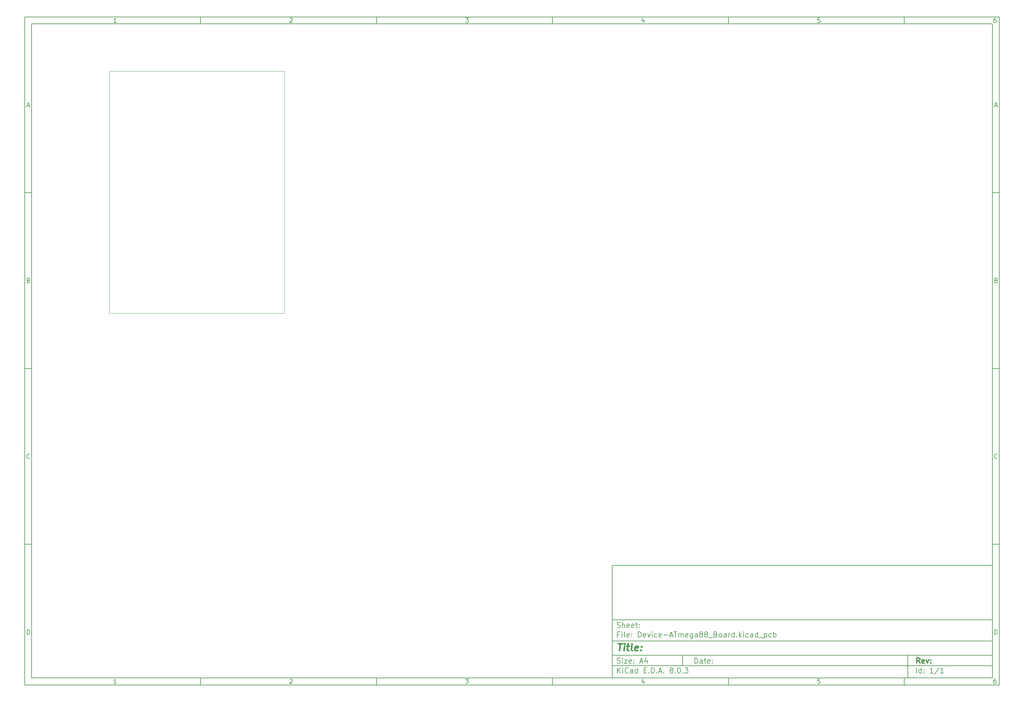
<source format=gbr>
%TF.GenerationSoftware,KiCad,Pcbnew,8.0.3*%
%TF.CreationDate,2025-04-06T07:58:35+09:00*%
%TF.ProjectId,Device-ATmega88_Board,44657669-6365-42d4-9154-6d6567613838,rev?*%
%TF.SameCoordinates,Original*%
%TF.FileFunction,Profile,NP*%
%FSLAX46Y46*%
G04 Gerber Fmt 4.6, Leading zero omitted, Abs format (unit mm)*
G04 Created by KiCad (PCBNEW 8.0.3) date 2025-04-06 07:58:35*
%MOMM*%
%LPD*%
G01*
G04 APERTURE LIST*
%ADD10C,0.100000*%
%ADD11C,0.150000*%
%ADD12C,0.300000*%
%ADD13C,0.400000*%
%TA.AperFunction,Profile*%
%ADD14C,0.100000*%
%TD*%
G04 APERTURE END LIST*
D10*
D11*
X177002200Y-166007200D02*
X285002200Y-166007200D01*
X285002200Y-198007200D01*
X177002200Y-198007200D01*
X177002200Y-166007200D01*
D10*
D11*
X10000000Y-10000000D02*
X287002200Y-10000000D01*
X287002200Y-200007200D01*
X10000000Y-200007200D01*
X10000000Y-10000000D01*
D10*
D11*
X12000000Y-12000000D02*
X285002200Y-12000000D01*
X285002200Y-198007200D01*
X12000000Y-198007200D01*
X12000000Y-12000000D01*
D10*
D11*
X60000000Y-12000000D02*
X60000000Y-10000000D01*
D10*
D11*
X110000000Y-12000000D02*
X110000000Y-10000000D01*
D10*
D11*
X160000000Y-12000000D02*
X160000000Y-10000000D01*
D10*
D11*
X210000000Y-12000000D02*
X210000000Y-10000000D01*
D10*
D11*
X260000000Y-12000000D02*
X260000000Y-10000000D01*
D10*
D11*
X36089160Y-11593604D02*
X35346303Y-11593604D01*
X35717731Y-11593604D02*
X35717731Y-10293604D01*
X35717731Y-10293604D02*
X35593922Y-10479319D01*
X35593922Y-10479319D02*
X35470112Y-10603128D01*
X35470112Y-10603128D02*
X35346303Y-10665033D01*
D10*
D11*
X85346303Y-10417414D02*
X85408207Y-10355509D01*
X85408207Y-10355509D02*
X85532017Y-10293604D01*
X85532017Y-10293604D02*
X85841541Y-10293604D01*
X85841541Y-10293604D02*
X85965350Y-10355509D01*
X85965350Y-10355509D02*
X86027255Y-10417414D01*
X86027255Y-10417414D02*
X86089160Y-10541223D01*
X86089160Y-10541223D02*
X86089160Y-10665033D01*
X86089160Y-10665033D02*
X86027255Y-10850747D01*
X86027255Y-10850747D02*
X85284398Y-11593604D01*
X85284398Y-11593604D02*
X86089160Y-11593604D01*
D10*
D11*
X135284398Y-10293604D02*
X136089160Y-10293604D01*
X136089160Y-10293604D02*
X135655826Y-10788842D01*
X135655826Y-10788842D02*
X135841541Y-10788842D01*
X135841541Y-10788842D02*
X135965350Y-10850747D01*
X135965350Y-10850747D02*
X136027255Y-10912652D01*
X136027255Y-10912652D02*
X136089160Y-11036461D01*
X136089160Y-11036461D02*
X136089160Y-11345985D01*
X136089160Y-11345985D02*
X136027255Y-11469795D01*
X136027255Y-11469795D02*
X135965350Y-11531700D01*
X135965350Y-11531700D02*
X135841541Y-11593604D01*
X135841541Y-11593604D02*
X135470112Y-11593604D01*
X135470112Y-11593604D02*
X135346303Y-11531700D01*
X135346303Y-11531700D02*
X135284398Y-11469795D01*
D10*
D11*
X185965350Y-10726938D02*
X185965350Y-11593604D01*
X185655826Y-10231700D02*
X185346303Y-11160271D01*
X185346303Y-11160271D02*
X186151064Y-11160271D01*
D10*
D11*
X236027255Y-10293604D02*
X235408207Y-10293604D01*
X235408207Y-10293604D02*
X235346303Y-10912652D01*
X235346303Y-10912652D02*
X235408207Y-10850747D01*
X235408207Y-10850747D02*
X235532017Y-10788842D01*
X235532017Y-10788842D02*
X235841541Y-10788842D01*
X235841541Y-10788842D02*
X235965350Y-10850747D01*
X235965350Y-10850747D02*
X236027255Y-10912652D01*
X236027255Y-10912652D02*
X236089160Y-11036461D01*
X236089160Y-11036461D02*
X236089160Y-11345985D01*
X236089160Y-11345985D02*
X236027255Y-11469795D01*
X236027255Y-11469795D02*
X235965350Y-11531700D01*
X235965350Y-11531700D02*
X235841541Y-11593604D01*
X235841541Y-11593604D02*
X235532017Y-11593604D01*
X235532017Y-11593604D02*
X235408207Y-11531700D01*
X235408207Y-11531700D02*
X235346303Y-11469795D01*
D10*
D11*
X285965350Y-10293604D02*
X285717731Y-10293604D01*
X285717731Y-10293604D02*
X285593922Y-10355509D01*
X285593922Y-10355509D02*
X285532017Y-10417414D01*
X285532017Y-10417414D02*
X285408207Y-10603128D01*
X285408207Y-10603128D02*
X285346303Y-10850747D01*
X285346303Y-10850747D02*
X285346303Y-11345985D01*
X285346303Y-11345985D02*
X285408207Y-11469795D01*
X285408207Y-11469795D02*
X285470112Y-11531700D01*
X285470112Y-11531700D02*
X285593922Y-11593604D01*
X285593922Y-11593604D02*
X285841541Y-11593604D01*
X285841541Y-11593604D02*
X285965350Y-11531700D01*
X285965350Y-11531700D02*
X286027255Y-11469795D01*
X286027255Y-11469795D02*
X286089160Y-11345985D01*
X286089160Y-11345985D02*
X286089160Y-11036461D01*
X286089160Y-11036461D02*
X286027255Y-10912652D01*
X286027255Y-10912652D02*
X285965350Y-10850747D01*
X285965350Y-10850747D02*
X285841541Y-10788842D01*
X285841541Y-10788842D02*
X285593922Y-10788842D01*
X285593922Y-10788842D02*
X285470112Y-10850747D01*
X285470112Y-10850747D02*
X285408207Y-10912652D01*
X285408207Y-10912652D02*
X285346303Y-11036461D01*
D10*
D11*
X60000000Y-198007200D02*
X60000000Y-200007200D01*
D10*
D11*
X110000000Y-198007200D02*
X110000000Y-200007200D01*
D10*
D11*
X160000000Y-198007200D02*
X160000000Y-200007200D01*
D10*
D11*
X210000000Y-198007200D02*
X210000000Y-200007200D01*
D10*
D11*
X260000000Y-198007200D02*
X260000000Y-200007200D01*
D10*
D11*
X36089160Y-199600804D02*
X35346303Y-199600804D01*
X35717731Y-199600804D02*
X35717731Y-198300804D01*
X35717731Y-198300804D02*
X35593922Y-198486519D01*
X35593922Y-198486519D02*
X35470112Y-198610328D01*
X35470112Y-198610328D02*
X35346303Y-198672233D01*
D10*
D11*
X85346303Y-198424614D02*
X85408207Y-198362709D01*
X85408207Y-198362709D02*
X85532017Y-198300804D01*
X85532017Y-198300804D02*
X85841541Y-198300804D01*
X85841541Y-198300804D02*
X85965350Y-198362709D01*
X85965350Y-198362709D02*
X86027255Y-198424614D01*
X86027255Y-198424614D02*
X86089160Y-198548423D01*
X86089160Y-198548423D02*
X86089160Y-198672233D01*
X86089160Y-198672233D02*
X86027255Y-198857947D01*
X86027255Y-198857947D02*
X85284398Y-199600804D01*
X85284398Y-199600804D02*
X86089160Y-199600804D01*
D10*
D11*
X135284398Y-198300804D02*
X136089160Y-198300804D01*
X136089160Y-198300804D02*
X135655826Y-198796042D01*
X135655826Y-198796042D02*
X135841541Y-198796042D01*
X135841541Y-198796042D02*
X135965350Y-198857947D01*
X135965350Y-198857947D02*
X136027255Y-198919852D01*
X136027255Y-198919852D02*
X136089160Y-199043661D01*
X136089160Y-199043661D02*
X136089160Y-199353185D01*
X136089160Y-199353185D02*
X136027255Y-199476995D01*
X136027255Y-199476995D02*
X135965350Y-199538900D01*
X135965350Y-199538900D02*
X135841541Y-199600804D01*
X135841541Y-199600804D02*
X135470112Y-199600804D01*
X135470112Y-199600804D02*
X135346303Y-199538900D01*
X135346303Y-199538900D02*
X135284398Y-199476995D01*
D10*
D11*
X185965350Y-198734138D02*
X185965350Y-199600804D01*
X185655826Y-198238900D02*
X185346303Y-199167471D01*
X185346303Y-199167471D02*
X186151064Y-199167471D01*
D10*
D11*
X236027255Y-198300804D02*
X235408207Y-198300804D01*
X235408207Y-198300804D02*
X235346303Y-198919852D01*
X235346303Y-198919852D02*
X235408207Y-198857947D01*
X235408207Y-198857947D02*
X235532017Y-198796042D01*
X235532017Y-198796042D02*
X235841541Y-198796042D01*
X235841541Y-198796042D02*
X235965350Y-198857947D01*
X235965350Y-198857947D02*
X236027255Y-198919852D01*
X236027255Y-198919852D02*
X236089160Y-199043661D01*
X236089160Y-199043661D02*
X236089160Y-199353185D01*
X236089160Y-199353185D02*
X236027255Y-199476995D01*
X236027255Y-199476995D02*
X235965350Y-199538900D01*
X235965350Y-199538900D02*
X235841541Y-199600804D01*
X235841541Y-199600804D02*
X235532017Y-199600804D01*
X235532017Y-199600804D02*
X235408207Y-199538900D01*
X235408207Y-199538900D02*
X235346303Y-199476995D01*
D10*
D11*
X285965350Y-198300804D02*
X285717731Y-198300804D01*
X285717731Y-198300804D02*
X285593922Y-198362709D01*
X285593922Y-198362709D02*
X285532017Y-198424614D01*
X285532017Y-198424614D02*
X285408207Y-198610328D01*
X285408207Y-198610328D02*
X285346303Y-198857947D01*
X285346303Y-198857947D02*
X285346303Y-199353185D01*
X285346303Y-199353185D02*
X285408207Y-199476995D01*
X285408207Y-199476995D02*
X285470112Y-199538900D01*
X285470112Y-199538900D02*
X285593922Y-199600804D01*
X285593922Y-199600804D02*
X285841541Y-199600804D01*
X285841541Y-199600804D02*
X285965350Y-199538900D01*
X285965350Y-199538900D02*
X286027255Y-199476995D01*
X286027255Y-199476995D02*
X286089160Y-199353185D01*
X286089160Y-199353185D02*
X286089160Y-199043661D01*
X286089160Y-199043661D02*
X286027255Y-198919852D01*
X286027255Y-198919852D02*
X285965350Y-198857947D01*
X285965350Y-198857947D02*
X285841541Y-198796042D01*
X285841541Y-198796042D02*
X285593922Y-198796042D01*
X285593922Y-198796042D02*
X285470112Y-198857947D01*
X285470112Y-198857947D02*
X285408207Y-198919852D01*
X285408207Y-198919852D02*
X285346303Y-199043661D01*
D10*
D11*
X10000000Y-60000000D02*
X12000000Y-60000000D01*
D10*
D11*
X10000000Y-110000000D02*
X12000000Y-110000000D01*
D10*
D11*
X10000000Y-160000000D02*
X12000000Y-160000000D01*
D10*
D11*
X10690476Y-35222176D02*
X11309523Y-35222176D01*
X10566666Y-35593604D02*
X10999999Y-34293604D01*
X10999999Y-34293604D02*
X11433333Y-35593604D01*
D10*
D11*
X11092857Y-84912652D02*
X11278571Y-84974557D01*
X11278571Y-84974557D02*
X11340476Y-85036461D01*
X11340476Y-85036461D02*
X11402380Y-85160271D01*
X11402380Y-85160271D02*
X11402380Y-85345985D01*
X11402380Y-85345985D02*
X11340476Y-85469795D01*
X11340476Y-85469795D02*
X11278571Y-85531700D01*
X11278571Y-85531700D02*
X11154761Y-85593604D01*
X11154761Y-85593604D02*
X10659523Y-85593604D01*
X10659523Y-85593604D02*
X10659523Y-84293604D01*
X10659523Y-84293604D02*
X11092857Y-84293604D01*
X11092857Y-84293604D02*
X11216666Y-84355509D01*
X11216666Y-84355509D02*
X11278571Y-84417414D01*
X11278571Y-84417414D02*
X11340476Y-84541223D01*
X11340476Y-84541223D02*
X11340476Y-84665033D01*
X11340476Y-84665033D02*
X11278571Y-84788842D01*
X11278571Y-84788842D02*
X11216666Y-84850747D01*
X11216666Y-84850747D02*
X11092857Y-84912652D01*
X11092857Y-84912652D02*
X10659523Y-84912652D01*
D10*
D11*
X11402380Y-135469795D02*
X11340476Y-135531700D01*
X11340476Y-135531700D02*
X11154761Y-135593604D01*
X11154761Y-135593604D02*
X11030952Y-135593604D01*
X11030952Y-135593604D02*
X10845238Y-135531700D01*
X10845238Y-135531700D02*
X10721428Y-135407890D01*
X10721428Y-135407890D02*
X10659523Y-135284080D01*
X10659523Y-135284080D02*
X10597619Y-135036461D01*
X10597619Y-135036461D02*
X10597619Y-134850747D01*
X10597619Y-134850747D02*
X10659523Y-134603128D01*
X10659523Y-134603128D02*
X10721428Y-134479319D01*
X10721428Y-134479319D02*
X10845238Y-134355509D01*
X10845238Y-134355509D02*
X11030952Y-134293604D01*
X11030952Y-134293604D02*
X11154761Y-134293604D01*
X11154761Y-134293604D02*
X11340476Y-134355509D01*
X11340476Y-134355509D02*
X11402380Y-134417414D01*
D10*
D11*
X10659523Y-185593604D02*
X10659523Y-184293604D01*
X10659523Y-184293604D02*
X10969047Y-184293604D01*
X10969047Y-184293604D02*
X11154761Y-184355509D01*
X11154761Y-184355509D02*
X11278571Y-184479319D01*
X11278571Y-184479319D02*
X11340476Y-184603128D01*
X11340476Y-184603128D02*
X11402380Y-184850747D01*
X11402380Y-184850747D02*
X11402380Y-185036461D01*
X11402380Y-185036461D02*
X11340476Y-185284080D01*
X11340476Y-185284080D02*
X11278571Y-185407890D01*
X11278571Y-185407890D02*
X11154761Y-185531700D01*
X11154761Y-185531700D02*
X10969047Y-185593604D01*
X10969047Y-185593604D02*
X10659523Y-185593604D01*
D10*
D11*
X287002200Y-60000000D02*
X285002200Y-60000000D01*
D10*
D11*
X287002200Y-110000000D02*
X285002200Y-110000000D01*
D10*
D11*
X287002200Y-160000000D02*
X285002200Y-160000000D01*
D10*
D11*
X285692676Y-35222176D02*
X286311723Y-35222176D01*
X285568866Y-35593604D02*
X286002199Y-34293604D01*
X286002199Y-34293604D02*
X286435533Y-35593604D01*
D10*
D11*
X286095057Y-84912652D02*
X286280771Y-84974557D01*
X286280771Y-84974557D02*
X286342676Y-85036461D01*
X286342676Y-85036461D02*
X286404580Y-85160271D01*
X286404580Y-85160271D02*
X286404580Y-85345985D01*
X286404580Y-85345985D02*
X286342676Y-85469795D01*
X286342676Y-85469795D02*
X286280771Y-85531700D01*
X286280771Y-85531700D02*
X286156961Y-85593604D01*
X286156961Y-85593604D02*
X285661723Y-85593604D01*
X285661723Y-85593604D02*
X285661723Y-84293604D01*
X285661723Y-84293604D02*
X286095057Y-84293604D01*
X286095057Y-84293604D02*
X286218866Y-84355509D01*
X286218866Y-84355509D02*
X286280771Y-84417414D01*
X286280771Y-84417414D02*
X286342676Y-84541223D01*
X286342676Y-84541223D02*
X286342676Y-84665033D01*
X286342676Y-84665033D02*
X286280771Y-84788842D01*
X286280771Y-84788842D02*
X286218866Y-84850747D01*
X286218866Y-84850747D02*
X286095057Y-84912652D01*
X286095057Y-84912652D02*
X285661723Y-84912652D01*
D10*
D11*
X286404580Y-135469795D02*
X286342676Y-135531700D01*
X286342676Y-135531700D02*
X286156961Y-135593604D01*
X286156961Y-135593604D02*
X286033152Y-135593604D01*
X286033152Y-135593604D02*
X285847438Y-135531700D01*
X285847438Y-135531700D02*
X285723628Y-135407890D01*
X285723628Y-135407890D02*
X285661723Y-135284080D01*
X285661723Y-135284080D02*
X285599819Y-135036461D01*
X285599819Y-135036461D02*
X285599819Y-134850747D01*
X285599819Y-134850747D02*
X285661723Y-134603128D01*
X285661723Y-134603128D02*
X285723628Y-134479319D01*
X285723628Y-134479319D02*
X285847438Y-134355509D01*
X285847438Y-134355509D02*
X286033152Y-134293604D01*
X286033152Y-134293604D02*
X286156961Y-134293604D01*
X286156961Y-134293604D02*
X286342676Y-134355509D01*
X286342676Y-134355509D02*
X286404580Y-134417414D01*
D10*
D11*
X285661723Y-185593604D02*
X285661723Y-184293604D01*
X285661723Y-184293604D02*
X285971247Y-184293604D01*
X285971247Y-184293604D02*
X286156961Y-184355509D01*
X286156961Y-184355509D02*
X286280771Y-184479319D01*
X286280771Y-184479319D02*
X286342676Y-184603128D01*
X286342676Y-184603128D02*
X286404580Y-184850747D01*
X286404580Y-184850747D02*
X286404580Y-185036461D01*
X286404580Y-185036461D02*
X286342676Y-185284080D01*
X286342676Y-185284080D02*
X286280771Y-185407890D01*
X286280771Y-185407890D02*
X286156961Y-185531700D01*
X286156961Y-185531700D02*
X285971247Y-185593604D01*
X285971247Y-185593604D02*
X285661723Y-185593604D01*
D10*
D11*
X200458026Y-193793328D02*
X200458026Y-192293328D01*
X200458026Y-192293328D02*
X200815169Y-192293328D01*
X200815169Y-192293328D02*
X201029455Y-192364757D01*
X201029455Y-192364757D02*
X201172312Y-192507614D01*
X201172312Y-192507614D02*
X201243741Y-192650471D01*
X201243741Y-192650471D02*
X201315169Y-192936185D01*
X201315169Y-192936185D02*
X201315169Y-193150471D01*
X201315169Y-193150471D02*
X201243741Y-193436185D01*
X201243741Y-193436185D02*
X201172312Y-193579042D01*
X201172312Y-193579042D02*
X201029455Y-193721900D01*
X201029455Y-193721900D02*
X200815169Y-193793328D01*
X200815169Y-193793328D02*
X200458026Y-193793328D01*
X202600884Y-193793328D02*
X202600884Y-193007614D01*
X202600884Y-193007614D02*
X202529455Y-192864757D01*
X202529455Y-192864757D02*
X202386598Y-192793328D01*
X202386598Y-192793328D02*
X202100884Y-192793328D01*
X202100884Y-192793328D02*
X201958026Y-192864757D01*
X202600884Y-193721900D02*
X202458026Y-193793328D01*
X202458026Y-193793328D02*
X202100884Y-193793328D01*
X202100884Y-193793328D02*
X201958026Y-193721900D01*
X201958026Y-193721900D02*
X201886598Y-193579042D01*
X201886598Y-193579042D02*
X201886598Y-193436185D01*
X201886598Y-193436185D02*
X201958026Y-193293328D01*
X201958026Y-193293328D02*
X202100884Y-193221900D01*
X202100884Y-193221900D02*
X202458026Y-193221900D01*
X202458026Y-193221900D02*
X202600884Y-193150471D01*
X203100884Y-192793328D02*
X203672312Y-192793328D01*
X203315169Y-192293328D02*
X203315169Y-193579042D01*
X203315169Y-193579042D02*
X203386598Y-193721900D01*
X203386598Y-193721900D02*
X203529455Y-193793328D01*
X203529455Y-193793328D02*
X203672312Y-193793328D01*
X204743741Y-193721900D02*
X204600884Y-193793328D01*
X204600884Y-193793328D02*
X204315170Y-193793328D01*
X204315170Y-193793328D02*
X204172312Y-193721900D01*
X204172312Y-193721900D02*
X204100884Y-193579042D01*
X204100884Y-193579042D02*
X204100884Y-193007614D01*
X204100884Y-193007614D02*
X204172312Y-192864757D01*
X204172312Y-192864757D02*
X204315170Y-192793328D01*
X204315170Y-192793328D02*
X204600884Y-192793328D01*
X204600884Y-192793328D02*
X204743741Y-192864757D01*
X204743741Y-192864757D02*
X204815170Y-193007614D01*
X204815170Y-193007614D02*
X204815170Y-193150471D01*
X204815170Y-193150471D02*
X204100884Y-193293328D01*
X205458026Y-193650471D02*
X205529455Y-193721900D01*
X205529455Y-193721900D02*
X205458026Y-193793328D01*
X205458026Y-193793328D02*
X205386598Y-193721900D01*
X205386598Y-193721900D02*
X205458026Y-193650471D01*
X205458026Y-193650471D02*
X205458026Y-193793328D01*
X205458026Y-192864757D02*
X205529455Y-192936185D01*
X205529455Y-192936185D02*
X205458026Y-193007614D01*
X205458026Y-193007614D02*
X205386598Y-192936185D01*
X205386598Y-192936185D02*
X205458026Y-192864757D01*
X205458026Y-192864757D02*
X205458026Y-193007614D01*
D10*
D11*
X177002200Y-194507200D02*
X285002200Y-194507200D01*
D10*
D11*
X178458026Y-196593328D02*
X178458026Y-195093328D01*
X179315169Y-196593328D02*
X178672312Y-195736185D01*
X179315169Y-195093328D02*
X178458026Y-195950471D01*
X179958026Y-196593328D02*
X179958026Y-195593328D01*
X179958026Y-195093328D02*
X179886598Y-195164757D01*
X179886598Y-195164757D02*
X179958026Y-195236185D01*
X179958026Y-195236185D02*
X180029455Y-195164757D01*
X180029455Y-195164757D02*
X179958026Y-195093328D01*
X179958026Y-195093328D02*
X179958026Y-195236185D01*
X181529455Y-196450471D02*
X181458027Y-196521900D01*
X181458027Y-196521900D02*
X181243741Y-196593328D01*
X181243741Y-196593328D02*
X181100884Y-196593328D01*
X181100884Y-196593328D02*
X180886598Y-196521900D01*
X180886598Y-196521900D02*
X180743741Y-196379042D01*
X180743741Y-196379042D02*
X180672312Y-196236185D01*
X180672312Y-196236185D02*
X180600884Y-195950471D01*
X180600884Y-195950471D02*
X180600884Y-195736185D01*
X180600884Y-195736185D02*
X180672312Y-195450471D01*
X180672312Y-195450471D02*
X180743741Y-195307614D01*
X180743741Y-195307614D02*
X180886598Y-195164757D01*
X180886598Y-195164757D02*
X181100884Y-195093328D01*
X181100884Y-195093328D02*
X181243741Y-195093328D01*
X181243741Y-195093328D02*
X181458027Y-195164757D01*
X181458027Y-195164757D02*
X181529455Y-195236185D01*
X182815170Y-196593328D02*
X182815170Y-195807614D01*
X182815170Y-195807614D02*
X182743741Y-195664757D01*
X182743741Y-195664757D02*
X182600884Y-195593328D01*
X182600884Y-195593328D02*
X182315170Y-195593328D01*
X182315170Y-195593328D02*
X182172312Y-195664757D01*
X182815170Y-196521900D02*
X182672312Y-196593328D01*
X182672312Y-196593328D02*
X182315170Y-196593328D01*
X182315170Y-196593328D02*
X182172312Y-196521900D01*
X182172312Y-196521900D02*
X182100884Y-196379042D01*
X182100884Y-196379042D02*
X182100884Y-196236185D01*
X182100884Y-196236185D02*
X182172312Y-196093328D01*
X182172312Y-196093328D02*
X182315170Y-196021900D01*
X182315170Y-196021900D02*
X182672312Y-196021900D01*
X182672312Y-196021900D02*
X182815170Y-195950471D01*
X184172313Y-196593328D02*
X184172313Y-195093328D01*
X184172313Y-196521900D02*
X184029455Y-196593328D01*
X184029455Y-196593328D02*
X183743741Y-196593328D01*
X183743741Y-196593328D02*
X183600884Y-196521900D01*
X183600884Y-196521900D02*
X183529455Y-196450471D01*
X183529455Y-196450471D02*
X183458027Y-196307614D01*
X183458027Y-196307614D02*
X183458027Y-195879042D01*
X183458027Y-195879042D02*
X183529455Y-195736185D01*
X183529455Y-195736185D02*
X183600884Y-195664757D01*
X183600884Y-195664757D02*
X183743741Y-195593328D01*
X183743741Y-195593328D02*
X184029455Y-195593328D01*
X184029455Y-195593328D02*
X184172313Y-195664757D01*
X186029455Y-195807614D02*
X186529455Y-195807614D01*
X186743741Y-196593328D02*
X186029455Y-196593328D01*
X186029455Y-196593328D02*
X186029455Y-195093328D01*
X186029455Y-195093328D02*
X186743741Y-195093328D01*
X187386598Y-196450471D02*
X187458027Y-196521900D01*
X187458027Y-196521900D02*
X187386598Y-196593328D01*
X187386598Y-196593328D02*
X187315170Y-196521900D01*
X187315170Y-196521900D02*
X187386598Y-196450471D01*
X187386598Y-196450471D02*
X187386598Y-196593328D01*
X188100884Y-196593328D02*
X188100884Y-195093328D01*
X188100884Y-195093328D02*
X188458027Y-195093328D01*
X188458027Y-195093328D02*
X188672313Y-195164757D01*
X188672313Y-195164757D02*
X188815170Y-195307614D01*
X188815170Y-195307614D02*
X188886599Y-195450471D01*
X188886599Y-195450471D02*
X188958027Y-195736185D01*
X188958027Y-195736185D02*
X188958027Y-195950471D01*
X188958027Y-195950471D02*
X188886599Y-196236185D01*
X188886599Y-196236185D02*
X188815170Y-196379042D01*
X188815170Y-196379042D02*
X188672313Y-196521900D01*
X188672313Y-196521900D02*
X188458027Y-196593328D01*
X188458027Y-196593328D02*
X188100884Y-196593328D01*
X189600884Y-196450471D02*
X189672313Y-196521900D01*
X189672313Y-196521900D02*
X189600884Y-196593328D01*
X189600884Y-196593328D02*
X189529456Y-196521900D01*
X189529456Y-196521900D02*
X189600884Y-196450471D01*
X189600884Y-196450471D02*
X189600884Y-196593328D01*
X190243742Y-196164757D02*
X190958028Y-196164757D01*
X190100885Y-196593328D02*
X190600885Y-195093328D01*
X190600885Y-195093328D02*
X191100885Y-196593328D01*
X191600884Y-196450471D02*
X191672313Y-196521900D01*
X191672313Y-196521900D02*
X191600884Y-196593328D01*
X191600884Y-196593328D02*
X191529456Y-196521900D01*
X191529456Y-196521900D02*
X191600884Y-196450471D01*
X191600884Y-196450471D02*
X191600884Y-196593328D01*
X193672313Y-195736185D02*
X193529456Y-195664757D01*
X193529456Y-195664757D02*
X193458027Y-195593328D01*
X193458027Y-195593328D02*
X193386599Y-195450471D01*
X193386599Y-195450471D02*
X193386599Y-195379042D01*
X193386599Y-195379042D02*
X193458027Y-195236185D01*
X193458027Y-195236185D02*
X193529456Y-195164757D01*
X193529456Y-195164757D02*
X193672313Y-195093328D01*
X193672313Y-195093328D02*
X193958027Y-195093328D01*
X193958027Y-195093328D02*
X194100885Y-195164757D01*
X194100885Y-195164757D02*
X194172313Y-195236185D01*
X194172313Y-195236185D02*
X194243742Y-195379042D01*
X194243742Y-195379042D02*
X194243742Y-195450471D01*
X194243742Y-195450471D02*
X194172313Y-195593328D01*
X194172313Y-195593328D02*
X194100885Y-195664757D01*
X194100885Y-195664757D02*
X193958027Y-195736185D01*
X193958027Y-195736185D02*
X193672313Y-195736185D01*
X193672313Y-195736185D02*
X193529456Y-195807614D01*
X193529456Y-195807614D02*
X193458027Y-195879042D01*
X193458027Y-195879042D02*
X193386599Y-196021900D01*
X193386599Y-196021900D02*
X193386599Y-196307614D01*
X193386599Y-196307614D02*
X193458027Y-196450471D01*
X193458027Y-196450471D02*
X193529456Y-196521900D01*
X193529456Y-196521900D02*
X193672313Y-196593328D01*
X193672313Y-196593328D02*
X193958027Y-196593328D01*
X193958027Y-196593328D02*
X194100885Y-196521900D01*
X194100885Y-196521900D02*
X194172313Y-196450471D01*
X194172313Y-196450471D02*
X194243742Y-196307614D01*
X194243742Y-196307614D02*
X194243742Y-196021900D01*
X194243742Y-196021900D02*
X194172313Y-195879042D01*
X194172313Y-195879042D02*
X194100885Y-195807614D01*
X194100885Y-195807614D02*
X193958027Y-195736185D01*
X194886598Y-196450471D02*
X194958027Y-196521900D01*
X194958027Y-196521900D02*
X194886598Y-196593328D01*
X194886598Y-196593328D02*
X194815170Y-196521900D01*
X194815170Y-196521900D02*
X194886598Y-196450471D01*
X194886598Y-196450471D02*
X194886598Y-196593328D01*
X195886599Y-195093328D02*
X196029456Y-195093328D01*
X196029456Y-195093328D02*
X196172313Y-195164757D01*
X196172313Y-195164757D02*
X196243742Y-195236185D01*
X196243742Y-195236185D02*
X196315170Y-195379042D01*
X196315170Y-195379042D02*
X196386599Y-195664757D01*
X196386599Y-195664757D02*
X196386599Y-196021900D01*
X196386599Y-196021900D02*
X196315170Y-196307614D01*
X196315170Y-196307614D02*
X196243742Y-196450471D01*
X196243742Y-196450471D02*
X196172313Y-196521900D01*
X196172313Y-196521900D02*
X196029456Y-196593328D01*
X196029456Y-196593328D02*
X195886599Y-196593328D01*
X195886599Y-196593328D02*
X195743742Y-196521900D01*
X195743742Y-196521900D02*
X195672313Y-196450471D01*
X195672313Y-196450471D02*
X195600884Y-196307614D01*
X195600884Y-196307614D02*
X195529456Y-196021900D01*
X195529456Y-196021900D02*
X195529456Y-195664757D01*
X195529456Y-195664757D02*
X195600884Y-195379042D01*
X195600884Y-195379042D02*
X195672313Y-195236185D01*
X195672313Y-195236185D02*
X195743742Y-195164757D01*
X195743742Y-195164757D02*
X195886599Y-195093328D01*
X197029455Y-196450471D02*
X197100884Y-196521900D01*
X197100884Y-196521900D02*
X197029455Y-196593328D01*
X197029455Y-196593328D02*
X196958027Y-196521900D01*
X196958027Y-196521900D02*
X197029455Y-196450471D01*
X197029455Y-196450471D02*
X197029455Y-196593328D01*
X197600884Y-195093328D02*
X198529456Y-195093328D01*
X198529456Y-195093328D02*
X198029456Y-195664757D01*
X198029456Y-195664757D02*
X198243741Y-195664757D01*
X198243741Y-195664757D02*
X198386599Y-195736185D01*
X198386599Y-195736185D02*
X198458027Y-195807614D01*
X198458027Y-195807614D02*
X198529456Y-195950471D01*
X198529456Y-195950471D02*
X198529456Y-196307614D01*
X198529456Y-196307614D02*
X198458027Y-196450471D01*
X198458027Y-196450471D02*
X198386599Y-196521900D01*
X198386599Y-196521900D02*
X198243741Y-196593328D01*
X198243741Y-196593328D02*
X197815170Y-196593328D01*
X197815170Y-196593328D02*
X197672313Y-196521900D01*
X197672313Y-196521900D02*
X197600884Y-196450471D01*
D10*
D11*
X177002200Y-191507200D02*
X285002200Y-191507200D01*
D10*
D12*
X264413853Y-193785528D02*
X263913853Y-193071242D01*
X263556710Y-193785528D02*
X263556710Y-192285528D01*
X263556710Y-192285528D02*
X264128139Y-192285528D01*
X264128139Y-192285528D02*
X264270996Y-192356957D01*
X264270996Y-192356957D02*
X264342425Y-192428385D01*
X264342425Y-192428385D02*
X264413853Y-192571242D01*
X264413853Y-192571242D02*
X264413853Y-192785528D01*
X264413853Y-192785528D02*
X264342425Y-192928385D01*
X264342425Y-192928385D02*
X264270996Y-192999814D01*
X264270996Y-192999814D02*
X264128139Y-193071242D01*
X264128139Y-193071242D02*
X263556710Y-193071242D01*
X265628139Y-193714100D02*
X265485282Y-193785528D01*
X265485282Y-193785528D02*
X265199568Y-193785528D01*
X265199568Y-193785528D02*
X265056710Y-193714100D01*
X265056710Y-193714100D02*
X264985282Y-193571242D01*
X264985282Y-193571242D02*
X264985282Y-192999814D01*
X264985282Y-192999814D02*
X265056710Y-192856957D01*
X265056710Y-192856957D02*
X265199568Y-192785528D01*
X265199568Y-192785528D02*
X265485282Y-192785528D01*
X265485282Y-192785528D02*
X265628139Y-192856957D01*
X265628139Y-192856957D02*
X265699568Y-192999814D01*
X265699568Y-192999814D02*
X265699568Y-193142671D01*
X265699568Y-193142671D02*
X264985282Y-193285528D01*
X266199567Y-192785528D02*
X266556710Y-193785528D01*
X266556710Y-193785528D02*
X266913853Y-192785528D01*
X267485281Y-193642671D02*
X267556710Y-193714100D01*
X267556710Y-193714100D02*
X267485281Y-193785528D01*
X267485281Y-193785528D02*
X267413853Y-193714100D01*
X267413853Y-193714100D02*
X267485281Y-193642671D01*
X267485281Y-193642671D02*
X267485281Y-193785528D01*
X267485281Y-192856957D02*
X267556710Y-192928385D01*
X267556710Y-192928385D02*
X267485281Y-192999814D01*
X267485281Y-192999814D02*
X267413853Y-192928385D01*
X267413853Y-192928385D02*
X267485281Y-192856957D01*
X267485281Y-192856957D02*
X267485281Y-192999814D01*
D10*
D11*
X178386598Y-193721900D02*
X178600884Y-193793328D01*
X178600884Y-193793328D02*
X178958026Y-193793328D01*
X178958026Y-193793328D02*
X179100884Y-193721900D01*
X179100884Y-193721900D02*
X179172312Y-193650471D01*
X179172312Y-193650471D02*
X179243741Y-193507614D01*
X179243741Y-193507614D02*
X179243741Y-193364757D01*
X179243741Y-193364757D02*
X179172312Y-193221900D01*
X179172312Y-193221900D02*
X179100884Y-193150471D01*
X179100884Y-193150471D02*
X178958026Y-193079042D01*
X178958026Y-193079042D02*
X178672312Y-193007614D01*
X178672312Y-193007614D02*
X178529455Y-192936185D01*
X178529455Y-192936185D02*
X178458026Y-192864757D01*
X178458026Y-192864757D02*
X178386598Y-192721900D01*
X178386598Y-192721900D02*
X178386598Y-192579042D01*
X178386598Y-192579042D02*
X178458026Y-192436185D01*
X178458026Y-192436185D02*
X178529455Y-192364757D01*
X178529455Y-192364757D02*
X178672312Y-192293328D01*
X178672312Y-192293328D02*
X179029455Y-192293328D01*
X179029455Y-192293328D02*
X179243741Y-192364757D01*
X179886597Y-193793328D02*
X179886597Y-192793328D01*
X179886597Y-192293328D02*
X179815169Y-192364757D01*
X179815169Y-192364757D02*
X179886597Y-192436185D01*
X179886597Y-192436185D02*
X179958026Y-192364757D01*
X179958026Y-192364757D02*
X179886597Y-192293328D01*
X179886597Y-192293328D02*
X179886597Y-192436185D01*
X180458026Y-192793328D02*
X181243741Y-192793328D01*
X181243741Y-192793328D02*
X180458026Y-193793328D01*
X180458026Y-193793328D02*
X181243741Y-193793328D01*
X182386598Y-193721900D02*
X182243741Y-193793328D01*
X182243741Y-193793328D02*
X181958027Y-193793328D01*
X181958027Y-193793328D02*
X181815169Y-193721900D01*
X181815169Y-193721900D02*
X181743741Y-193579042D01*
X181743741Y-193579042D02*
X181743741Y-193007614D01*
X181743741Y-193007614D02*
X181815169Y-192864757D01*
X181815169Y-192864757D02*
X181958027Y-192793328D01*
X181958027Y-192793328D02*
X182243741Y-192793328D01*
X182243741Y-192793328D02*
X182386598Y-192864757D01*
X182386598Y-192864757D02*
X182458027Y-193007614D01*
X182458027Y-193007614D02*
X182458027Y-193150471D01*
X182458027Y-193150471D02*
X181743741Y-193293328D01*
X183100883Y-193650471D02*
X183172312Y-193721900D01*
X183172312Y-193721900D02*
X183100883Y-193793328D01*
X183100883Y-193793328D02*
X183029455Y-193721900D01*
X183029455Y-193721900D02*
X183100883Y-193650471D01*
X183100883Y-193650471D02*
X183100883Y-193793328D01*
X183100883Y-192864757D02*
X183172312Y-192936185D01*
X183172312Y-192936185D02*
X183100883Y-193007614D01*
X183100883Y-193007614D02*
X183029455Y-192936185D01*
X183029455Y-192936185D02*
X183100883Y-192864757D01*
X183100883Y-192864757D02*
X183100883Y-193007614D01*
X184886598Y-193364757D02*
X185600884Y-193364757D01*
X184743741Y-193793328D02*
X185243741Y-192293328D01*
X185243741Y-192293328D02*
X185743741Y-193793328D01*
X186886598Y-192793328D02*
X186886598Y-193793328D01*
X186529455Y-192221900D02*
X186172312Y-193293328D01*
X186172312Y-193293328D02*
X187100883Y-193293328D01*
D10*
D11*
X263458026Y-196593328D02*
X263458026Y-195093328D01*
X264815170Y-196593328D02*
X264815170Y-195093328D01*
X264815170Y-196521900D02*
X264672312Y-196593328D01*
X264672312Y-196593328D02*
X264386598Y-196593328D01*
X264386598Y-196593328D02*
X264243741Y-196521900D01*
X264243741Y-196521900D02*
X264172312Y-196450471D01*
X264172312Y-196450471D02*
X264100884Y-196307614D01*
X264100884Y-196307614D02*
X264100884Y-195879042D01*
X264100884Y-195879042D02*
X264172312Y-195736185D01*
X264172312Y-195736185D02*
X264243741Y-195664757D01*
X264243741Y-195664757D02*
X264386598Y-195593328D01*
X264386598Y-195593328D02*
X264672312Y-195593328D01*
X264672312Y-195593328D02*
X264815170Y-195664757D01*
X265529455Y-196450471D02*
X265600884Y-196521900D01*
X265600884Y-196521900D02*
X265529455Y-196593328D01*
X265529455Y-196593328D02*
X265458027Y-196521900D01*
X265458027Y-196521900D02*
X265529455Y-196450471D01*
X265529455Y-196450471D02*
X265529455Y-196593328D01*
X265529455Y-195664757D02*
X265600884Y-195736185D01*
X265600884Y-195736185D02*
X265529455Y-195807614D01*
X265529455Y-195807614D02*
X265458027Y-195736185D01*
X265458027Y-195736185D02*
X265529455Y-195664757D01*
X265529455Y-195664757D02*
X265529455Y-195807614D01*
X268172313Y-196593328D02*
X267315170Y-196593328D01*
X267743741Y-196593328D02*
X267743741Y-195093328D01*
X267743741Y-195093328D02*
X267600884Y-195307614D01*
X267600884Y-195307614D02*
X267458027Y-195450471D01*
X267458027Y-195450471D02*
X267315170Y-195521900D01*
X269886598Y-195021900D02*
X268600884Y-196950471D01*
X271172313Y-196593328D02*
X270315170Y-196593328D01*
X270743741Y-196593328D02*
X270743741Y-195093328D01*
X270743741Y-195093328D02*
X270600884Y-195307614D01*
X270600884Y-195307614D02*
X270458027Y-195450471D01*
X270458027Y-195450471D02*
X270315170Y-195521900D01*
D10*
D11*
X177002200Y-187507200D02*
X285002200Y-187507200D01*
D10*
D13*
X178693928Y-188211638D02*
X179836785Y-188211638D01*
X179015357Y-190211638D02*
X179265357Y-188211638D01*
X180253452Y-190211638D02*
X180420119Y-188878304D01*
X180503452Y-188211638D02*
X180396309Y-188306876D01*
X180396309Y-188306876D02*
X180479643Y-188402114D01*
X180479643Y-188402114D02*
X180586786Y-188306876D01*
X180586786Y-188306876D02*
X180503452Y-188211638D01*
X180503452Y-188211638D02*
X180479643Y-188402114D01*
X181086786Y-188878304D02*
X181848690Y-188878304D01*
X181455833Y-188211638D02*
X181241548Y-189925923D01*
X181241548Y-189925923D02*
X181312976Y-190116400D01*
X181312976Y-190116400D02*
X181491548Y-190211638D01*
X181491548Y-190211638D02*
X181682024Y-190211638D01*
X182634405Y-190211638D02*
X182455833Y-190116400D01*
X182455833Y-190116400D02*
X182384405Y-189925923D01*
X182384405Y-189925923D02*
X182598690Y-188211638D01*
X184170119Y-190116400D02*
X183967738Y-190211638D01*
X183967738Y-190211638D02*
X183586785Y-190211638D01*
X183586785Y-190211638D02*
X183408214Y-190116400D01*
X183408214Y-190116400D02*
X183336785Y-189925923D01*
X183336785Y-189925923D02*
X183432024Y-189164019D01*
X183432024Y-189164019D02*
X183551071Y-188973542D01*
X183551071Y-188973542D02*
X183753452Y-188878304D01*
X183753452Y-188878304D02*
X184134404Y-188878304D01*
X184134404Y-188878304D02*
X184312976Y-188973542D01*
X184312976Y-188973542D02*
X184384404Y-189164019D01*
X184384404Y-189164019D02*
X184360595Y-189354495D01*
X184360595Y-189354495D02*
X183384404Y-189544971D01*
X185134405Y-190021161D02*
X185217738Y-190116400D01*
X185217738Y-190116400D02*
X185110595Y-190211638D01*
X185110595Y-190211638D02*
X185027262Y-190116400D01*
X185027262Y-190116400D02*
X185134405Y-190021161D01*
X185134405Y-190021161D02*
X185110595Y-190211638D01*
X185265357Y-188973542D02*
X185348690Y-189068780D01*
X185348690Y-189068780D02*
X185241548Y-189164019D01*
X185241548Y-189164019D02*
X185158214Y-189068780D01*
X185158214Y-189068780D02*
X185265357Y-188973542D01*
X185265357Y-188973542D02*
X185241548Y-189164019D01*
D10*
D11*
X178958026Y-185607614D02*
X178458026Y-185607614D01*
X178458026Y-186393328D02*
X178458026Y-184893328D01*
X178458026Y-184893328D02*
X179172312Y-184893328D01*
X179743740Y-186393328D02*
X179743740Y-185393328D01*
X179743740Y-184893328D02*
X179672312Y-184964757D01*
X179672312Y-184964757D02*
X179743740Y-185036185D01*
X179743740Y-185036185D02*
X179815169Y-184964757D01*
X179815169Y-184964757D02*
X179743740Y-184893328D01*
X179743740Y-184893328D02*
X179743740Y-185036185D01*
X180672312Y-186393328D02*
X180529455Y-186321900D01*
X180529455Y-186321900D02*
X180458026Y-186179042D01*
X180458026Y-186179042D02*
X180458026Y-184893328D01*
X181815169Y-186321900D02*
X181672312Y-186393328D01*
X181672312Y-186393328D02*
X181386598Y-186393328D01*
X181386598Y-186393328D02*
X181243740Y-186321900D01*
X181243740Y-186321900D02*
X181172312Y-186179042D01*
X181172312Y-186179042D02*
X181172312Y-185607614D01*
X181172312Y-185607614D02*
X181243740Y-185464757D01*
X181243740Y-185464757D02*
X181386598Y-185393328D01*
X181386598Y-185393328D02*
X181672312Y-185393328D01*
X181672312Y-185393328D02*
X181815169Y-185464757D01*
X181815169Y-185464757D02*
X181886598Y-185607614D01*
X181886598Y-185607614D02*
X181886598Y-185750471D01*
X181886598Y-185750471D02*
X181172312Y-185893328D01*
X182529454Y-186250471D02*
X182600883Y-186321900D01*
X182600883Y-186321900D02*
X182529454Y-186393328D01*
X182529454Y-186393328D02*
X182458026Y-186321900D01*
X182458026Y-186321900D02*
X182529454Y-186250471D01*
X182529454Y-186250471D02*
X182529454Y-186393328D01*
X182529454Y-185464757D02*
X182600883Y-185536185D01*
X182600883Y-185536185D02*
X182529454Y-185607614D01*
X182529454Y-185607614D02*
X182458026Y-185536185D01*
X182458026Y-185536185D02*
X182529454Y-185464757D01*
X182529454Y-185464757D02*
X182529454Y-185607614D01*
X184386597Y-186393328D02*
X184386597Y-184893328D01*
X184386597Y-184893328D02*
X184743740Y-184893328D01*
X184743740Y-184893328D02*
X184958026Y-184964757D01*
X184958026Y-184964757D02*
X185100883Y-185107614D01*
X185100883Y-185107614D02*
X185172312Y-185250471D01*
X185172312Y-185250471D02*
X185243740Y-185536185D01*
X185243740Y-185536185D02*
X185243740Y-185750471D01*
X185243740Y-185750471D02*
X185172312Y-186036185D01*
X185172312Y-186036185D02*
X185100883Y-186179042D01*
X185100883Y-186179042D02*
X184958026Y-186321900D01*
X184958026Y-186321900D02*
X184743740Y-186393328D01*
X184743740Y-186393328D02*
X184386597Y-186393328D01*
X186458026Y-186321900D02*
X186315169Y-186393328D01*
X186315169Y-186393328D02*
X186029455Y-186393328D01*
X186029455Y-186393328D02*
X185886597Y-186321900D01*
X185886597Y-186321900D02*
X185815169Y-186179042D01*
X185815169Y-186179042D02*
X185815169Y-185607614D01*
X185815169Y-185607614D02*
X185886597Y-185464757D01*
X185886597Y-185464757D02*
X186029455Y-185393328D01*
X186029455Y-185393328D02*
X186315169Y-185393328D01*
X186315169Y-185393328D02*
X186458026Y-185464757D01*
X186458026Y-185464757D02*
X186529455Y-185607614D01*
X186529455Y-185607614D02*
X186529455Y-185750471D01*
X186529455Y-185750471D02*
X185815169Y-185893328D01*
X187029454Y-185393328D02*
X187386597Y-186393328D01*
X187386597Y-186393328D02*
X187743740Y-185393328D01*
X188315168Y-186393328D02*
X188315168Y-185393328D01*
X188315168Y-184893328D02*
X188243740Y-184964757D01*
X188243740Y-184964757D02*
X188315168Y-185036185D01*
X188315168Y-185036185D02*
X188386597Y-184964757D01*
X188386597Y-184964757D02*
X188315168Y-184893328D01*
X188315168Y-184893328D02*
X188315168Y-185036185D01*
X189672312Y-186321900D02*
X189529454Y-186393328D01*
X189529454Y-186393328D02*
X189243740Y-186393328D01*
X189243740Y-186393328D02*
X189100883Y-186321900D01*
X189100883Y-186321900D02*
X189029454Y-186250471D01*
X189029454Y-186250471D02*
X188958026Y-186107614D01*
X188958026Y-186107614D02*
X188958026Y-185679042D01*
X188958026Y-185679042D02*
X189029454Y-185536185D01*
X189029454Y-185536185D02*
X189100883Y-185464757D01*
X189100883Y-185464757D02*
X189243740Y-185393328D01*
X189243740Y-185393328D02*
X189529454Y-185393328D01*
X189529454Y-185393328D02*
X189672312Y-185464757D01*
X190886597Y-186321900D02*
X190743740Y-186393328D01*
X190743740Y-186393328D02*
X190458026Y-186393328D01*
X190458026Y-186393328D02*
X190315168Y-186321900D01*
X190315168Y-186321900D02*
X190243740Y-186179042D01*
X190243740Y-186179042D02*
X190243740Y-185607614D01*
X190243740Y-185607614D02*
X190315168Y-185464757D01*
X190315168Y-185464757D02*
X190458026Y-185393328D01*
X190458026Y-185393328D02*
X190743740Y-185393328D01*
X190743740Y-185393328D02*
X190886597Y-185464757D01*
X190886597Y-185464757D02*
X190958026Y-185607614D01*
X190958026Y-185607614D02*
X190958026Y-185750471D01*
X190958026Y-185750471D02*
X190243740Y-185893328D01*
X191600882Y-185821900D02*
X192743740Y-185821900D01*
X193386597Y-185964757D02*
X194100883Y-185964757D01*
X193243740Y-186393328D02*
X193743740Y-184893328D01*
X193743740Y-184893328D02*
X194243740Y-186393328D01*
X194529454Y-184893328D02*
X195386597Y-184893328D01*
X194958025Y-186393328D02*
X194958025Y-184893328D01*
X195886596Y-186393328D02*
X195886596Y-185393328D01*
X195886596Y-185536185D02*
X195958025Y-185464757D01*
X195958025Y-185464757D02*
X196100882Y-185393328D01*
X196100882Y-185393328D02*
X196315168Y-185393328D01*
X196315168Y-185393328D02*
X196458025Y-185464757D01*
X196458025Y-185464757D02*
X196529454Y-185607614D01*
X196529454Y-185607614D02*
X196529454Y-186393328D01*
X196529454Y-185607614D02*
X196600882Y-185464757D01*
X196600882Y-185464757D02*
X196743739Y-185393328D01*
X196743739Y-185393328D02*
X196958025Y-185393328D01*
X196958025Y-185393328D02*
X197100882Y-185464757D01*
X197100882Y-185464757D02*
X197172311Y-185607614D01*
X197172311Y-185607614D02*
X197172311Y-186393328D01*
X198458025Y-186321900D02*
X198315168Y-186393328D01*
X198315168Y-186393328D02*
X198029454Y-186393328D01*
X198029454Y-186393328D02*
X197886596Y-186321900D01*
X197886596Y-186321900D02*
X197815168Y-186179042D01*
X197815168Y-186179042D02*
X197815168Y-185607614D01*
X197815168Y-185607614D02*
X197886596Y-185464757D01*
X197886596Y-185464757D02*
X198029454Y-185393328D01*
X198029454Y-185393328D02*
X198315168Y-185393328D01*
X198315168Y-185393328D02*
X198458025Y-185464757D01*
X198458025Y-185464757D02*
X198529454Y-185607614D01*
X198529454Y-185607614D02*
X198529454Y-185750471D01*
X198529454Y-185750471D02*
X197815168Y-185893328D01*
X199815168Y-185393328D02*
X199815168Y-186607614D01*
X199815168Y-186607614D02*
X199743739Y-186750471D01*
X199743739Y-186750471D02*
X199672310Y-186821900D01*
X199672310Y-186821900D02*
X199529453Y-186893328D01*
X199529453Y-186893328D02*
X199315168Y-186893328D01*
X199315168Y-186893328D02*
X199172310Y-186821900D01*
X199815168Y-186321900D02*
X199672310Y-186393328D01*
X199672310Y-186393328D02*
X199386596Y-186393328D01*
X199386596Y-186393328D02*
X199243739Y-186321900D01*
X199243739Y-186321900D02*
X199172310Y-186250471D01*
X199172310Y-186250471D02*
X199100882Y-186107614D01*
X199100882Y-186107614D02*
X199100882Y-185679042D01*
X199100882Y-185679042D02*
X199172310Y-185536185D01*
X199172310Y-185536185D02*
X199243739Y-185464757D01*
X199243739Y-185464757D02*
X199386596Y-185393328D01*
X199386596Y-185393328D02*
X199672310Y-185393328D01*
X199672310Y-185393328D02*
X199815168Y-185464757D01*
X201172311Y-186393328D02*
X201172311Y-185607614D01*
X201172311Y-185607614D02*
X201100882Y-185464757D01*
X201100882Y-185464757D02*
X200958025Y-185393328D01*
X200958025Y-185393328D02*
X200672311Y-185393328D01*
X200672311Y-185393328D02*
X200529453Y-185464757D01*
X201172311Y-186321900D02*
X201029453Y-186393328D01*
X201029453Y-186393328D02*
X200672311Y-186393328D01*
X200672311Y-186393328D02*
X200529453Y-186321900D01*
X200529453Y-186321900D02*
X200458025Y-186179042D01*
X200458025Y-186179042D02*
X200458025Y-186036185D01*
X200458025Y-186036185D02*
X200529453Y-185893328D01*
X200529453Y-185893328D02*
X200672311Y-185821900D01*
X200672311Y-185821900D02*
X201029453Y-185821900D01*
X201029453Y-185821900D02*
X201172311Y-185750471D01*
X202100882Y-185536185D02*
X201958025Y-185464757D01*
X201958025Y-185464757D02*
X201886596Y-185393328D01*
X201886596Y-185393328D02*
X201815168Y-185250471D01*
X201815168Y-185250471D02*
X201815168Y-185179042D01*
X201815168Y-185179042D02*
X201886596Y-185036185D01*
X201886596Y-185036185D02*
X201958025Y-184964757D01*
X201958025Y-184964757D02*
X202100882Y-184893328D01*
X202100882Y-184893328D02*
X202386596Y-184893328D01*
X202386596Y-184893328D02*
X202529454Y-184964757D01*
X202529454Y-184964757D02*
X202600882Y-185036185D01*
X202600882Y-185036185D02*
X202672311Y-185179042D01*
X202672311Y-185179042D02*
X202672311Y-185250471D01*
X202672311Y-185250471D02*
X202600882Y-185393328D01*
X202600882Y-185393328D02*
X202529454Y-185464757D01*
X202529454Y-185464757D02*
X202386596Y-185536185D01*
X202386596Y-185536185D02*
X202100882Y-185536185D01*
X202100882Y-185536185D02*
X201958025Y-185607614D01*
X201958025Y-185607614D02*
X201886596Y-185679042D01*
X201886596Y-185679042D02*
X201815168Y-185821900D01*
X201815168Y-185821900D02*
X201815168Y-186107614D01*
X201815168Y-186107614D02*
X201886596Y-186250471D01*
X201886596Y-186250471D02*
X201958025Y-186321900D01*
X201958025Y-186321900D02*
X202100882Y-186393328D01*
X202100882Y-186393328D02*
X202386596Y-186393328D01*
X202386596Y-186393328D02*
X202529454Y-186321900D01*
X202529454Y-186321900D02*
X202600882Y-186250471D01*
X202600882Y-186250471D02*
X202672311Y-186107614D01*
X202672311Y-186107614D02*
X202672311Y-185821900D01*
X202672311Y-185821900D02*
X202600882Y-185679042D01*
X202600882Y-185679042D02*
X202529454Y-185607614D01*
X202529454Y-185607614D02*
X202386596Y-185536185D01*
X203529453Y-185536185D02*
X203386596Y-185464757D01*
X203386596Y-185464757D02*
X203315167Y-185393328D01*
X203315167Y-185393328D02*
X203243739Y-185250471D01*
X203243739Y-185250471D02*
X203243739Y-185179042D01*
X203243739Y-185179042D02*
X203315167Y-185036185D01*
X203315167Y-185036185D02*
X203386596Y-184964757D01*
X203386596Y-184964757D02*
X203529453Y-184893328D01*
X203529453Y-184893328D02*
X203815167Y-184893328D01*
X203815167Y-184893328D02*
X203958025Y-184964757D01*
X203958025Y-184964757D02*
X204029453Y-185036185D01*
X204029453Y-185036185D02*
X204100882Y-185179042D01*
X204100882Y-185179042D02*
X204100882Y-185250471D01*
X204100882Y-185250471D02*
X204029453Y-185393328D01*
X204029453Y-185393328D02*
X203958025Y-185464757D01*
X203958025Y-185464757D02*
X203815167Y-185536185D01*
X203815167Y-185536185D02*
X203529453Y-185536185D01*
X203529453Y-185536185D02*
X203386596Y-185607614D01*
X203386596Y-185607614D02*
X203315167Y-185679042D01*
X203315167Y-185679042D02*
X203243739Y-185821900D01*
X203243739Y-185821900D02*
X203243739Y-186107614D01*
X203243739Y-186107614D02*
X203315167Y-186250471D01*
X203315167Y-186250471D02*
X203386596Y-186321900D01*
X203386596Y-186321900D02*
X203529453Y-186393328D01*
X203529453Y-186393328D02*
X203815167Y-186393328D01*
X203815167Y-186393328D02*
X203958025Y-186321900D01*
X203958025Y-186321900D02*
X204029453Y-186250471D01*
X204029453Y-186250471D02*
X204100882Y-186107614D01*
X204100882Y-186107614D02*
X204100882Y-185821900D01*
X204100882Y-185821900D02*
X204029453Y-185679042D01*
X204029453Y-185679042D02*
X203958025Y-185607614D01*
X203958025Y-185607614D02*
X203815167Y-185536185D01*
X204386596Y-186536185D02*
X205529453Y-186536185D01*
X206386595Y-185607614D02*
X206600881Y-185679042D01*
X206600881Y-185679042D02*
X206672310Y-185750471D01*
X206672310Y-185750471D02*
X206743738Y-185893328D01*
X206743738Y-185893328D02*
X206743738Y-186107614D01*
X206743738Y-186107614D02*
X206672310Y-186250471D01*
X206672310Y-186250471D02*
X206600881Y-186321900D01*
X206600881Y-186321900D02*
X206458024Y-186393328D01*
X206458024Y-186393328D02*
X205886595Y-186393328D01*
X205886595Y-186393328D02*
X205886595Y-184893328D01*
X205886595Y-184893328D02*
X206386595Y-184893328D01*
X206386595Y-184893328D02*
X206529453Y-184964757D01*
X206529453Y-184964757D02*
X206600881Y-185036185D01*
X206600881Y-185036185D02*
X206672310Y-185179042D01*
X206672310Y-185179042D02*
X206672310Y-185321900D01*
X206672310Y-185321900D02*
X206600881Y-185464757D01*
X206600881Y-185464757D02*
X206529453Y-185536185D01*
X206529453Y-185536185D02*
X206386595Y-185607614D01*
X206386595Y-185607614D02*
X205886595Y-185607614D01*
X207600881Y-186393328D02*
X207458024Y-186321900D01*
X207458024Y-186321900D02*
X207386595Y-186250471D01*
X207386595Y-186250471D02*
X207315167Y-186107614D01*
X207315167Y-186107614D02*
X207315167Y-185679042D01*
X207315167Y-185679042D02*
X207386595Y-185536185D01*
X207386595Y-185536185D02*
X207458024Y-185464757D01*
X207458024Y-185464757D02*
X207600881Y-185393328D01*
X207600881Y-185393328D02*
X207815167Y-185393328D01*
X207815167Y-185393328D02*
X207958024Y-185464757D01*
X207958024Y-185464757D02*
X208029453Y-185536185D01*
X208029453Y-185536185D02*
X208100881Y-185679042D01*
X208100881Y-185679042D02*
X208100881Y-186107614D01*
X208100881Y-186107614D02*
X208029453Y-186250471D01*
X208029453Y-186250471D02*
X207958024Y-186321900D01*
X207958024Y-186321900D02*
X207815167Y-186393328D01*
X207815167Y-186393328D02*
X207600881Y-186393328D01*
X209386596Y-186393328D02*
X209386596Y-185607614D01*
X209386596Y-185607614D02*
X209315167Y-185464757D01*
X209315167Y-185464757D02*
X209172310Y-185393328D01*
X209172310Y-185393328D02*
X208886596Y-185393328D01*
X208886596Y-185393328D02*
X208743738Y-185464757D01*
X209386596Y-186321900D02*
X209243738Y-186393328D01*
X209243738Y-186393328D02*
X208886596Y-186393328D01*
X208886596Y-186393328D02*
X208743738Y-186321900D01*
X208743738Y-186321900D02*
X208672310Y-186179042D01*
X208672310Y-186179042D02*
X208672310Y-186036185D01*
X208672310Y-186036185D02*
X208743738Y-185893328D01*
X208743738Y-185893328D02*
X208886596Y-185821900D01*
X208886596Y-185821900D02*
X209243738Y-185821900D01*
X209243738Y-185821900D02*
X209386596Y-185750471D01*
X210100881Y-186393328D02*
X210100881Y-185393328D01*
X210100881Y-185679042D02*
X210172310Y-185536185D01*
X210172310Y-185536185D02*
X210243739Y-185464757D01*
X210243739Y-185464757D02*
X210386596Y-185393328D01*
X210386596Y-185393328D02*
X210529453Y-185393328D01*
X211672310Y-186393328D02*
X211672310Y-184893328D01*
X211672310Y-186321900D02*
X211529452Y-186393328D01*
X211529452Y-186393328D02*
X211243738Y-186393328D01*
X211243738Y-186393328D02*
X211100881Y-186321900D01*
X211100881Y-186321900D02*
X211029452Y-186250471D01*
X211029452Y-186250471D02*
X210958024Y-186107614D01*
X210958024Y-186107614D02*
X210958024Y-185679042D01*
X210958024Y-185679042D02*
X211029452Y-185536185D01*
X211029452Y-185536185D02*
X211100881Y-185464757D01*
X211100881Y-185464757D02*
X211243738Y-185393328D01*
X211243738Y-185393328D02*
X211529452Y-185393328D01*
X211529452Y-185393328D02*
X211672310Y-185464757D01*
X212386595Y-186250471D02*
X212458024Y-186321900D01*
X212458024Y-186321900D02*
X212386595Y-186393328D01*
X212386595Y-186393328D02*
X212315167Y-186321900D01*
X212315167Y-186321900D02*
X212386595Y-186250471D01*
X212386595Y-186250471D02*
X212386595Y-186393328D01*
X213100881Y-186393328D02*
X213100881Y-184893328D01*
X213243739Y-185821900D02*
X213672310Y-186393328D01*
X213672310Y-185393328D02*
X213100881Y-185964757D01*
X214315167Y-186393328D02*
X214315167Y-185393328D01*
X214315167Y-184893328D02*
X214243739Y-184964757D01*
X214243739Y-184964757D02*
X214315167Y-185036185D01*
X214315167Y-185036185D02*
X214386596Y-184964757D01*
X214386596Y-184964757D02*
X214315167Y-184893328D01*
X214315167Y-184893328D02*
X214315167Y-185036185D01*
X215672311Y-186321900D02*
X215529453Y-186393328D01*
X215529453Y-186393328D02*
X215243739Y-186393328D01*
X215243739Y-186393328D02*
X215100882Y-186321900D01*
X215100882Y-186321900D02*
X215029453Y-186250471D01*
X215029453Y-186250471D02*
X214958025Y-186107614D01*
X214958025Y-186107614D02*
X214958025Y-185679042D01*
X214958025Y-185679042D02*
X215029453Y-185536185D01*
X215029453Y-185536185D02*
X215100882Y-185464757D01*
X215100882Y-185464757D02*
X215243739Y-185393328D01*
X215243739Y-185393328D02*
X215529453Y-185393328D01*
X215529453Y-185393328D02*
X215672311Y-185464757D01*
X216958025Y-186393328D02*
X216958025Y-185607614D01*
X216958025Y-185607614D02*
X216886596Y-185464757D01*
X216886596Y-185464757D02*
X216743739Y-185393328D01*
X216743739Y-185393328D02*
X216458025Y-185393328D01*
X216458025Y-185393328D02*
X216315167Y-185464757D01*
X216958025Y-186321900D02*
X216815167Y-186393328D01*
X216815167Y-186393328D02*
X216458025Y-186393328D01*
X216458025Y-186393328D02*
X216315167Y-186321900D01*
X216315167Y-186321900D02*
X216243739Y-186179042D01*
X216243739Y-186179042D02*
X216243739Y-186036185D01*
X216243739Y-186036185D02*
X216315167Y-185893328D01*
X216315167Y-185893328D02*
X216458025Y-185821900D01*
X216458025Y-185821900D02*
X216815167Y-185821900D01*
X216815167Y-185821900D02*
X216958025Y-185750471D01*
X218315168Y-186393328D02*
X218315168Y-184893328D01*
X218315168Y-186321900D02*
X218172310Y-186393328D01*
X218172310Y-186393328D02*
X217886596Y-186393328D01*
X217886596Y-186393328D02*
X217743739Y-186321900D01*
X217743739Y-186321900D02*
X217672310Y-186250471D01*
X217672310Y-186250471D02*
X217600882Y-186107614D01*
X217600882Y-186107614D02*
X217600882Y-185679042D01*
X217600882Y-185679042D02*
X217672310Y-185536185D01*
X217672310Y-185536185D02*
X217743739Y-185464757D01*
X217743739Y-185464757D02*
X217886596Y-185393328D01*
X217886596Y-185393328D02*
X218172310Y-185393328D01*
X218172310Y-185393328D02*
X218315168Y-185464757D01*
X218672311Y-186536185D02*
X219815168Y-186536185D01*
X220172310Y-185393328D02*
X220172310Y-186893328D01*
X220172310Y-185464757D02*
X220315168Y-185393328D01*
X220315168Y-185393328D02*
X220600882Y-185393328D01*
X220600882Y-185393328D02*
X220743739Y-185464757D01*
X220743739Y-185464757D02*
X220815168Y-185536185D01*
X220815168Y-185536185D02*
X220886596Y-185679042D01*
X220886596Y-185679042D02*
X220886596Y-186107614D01*
X220886596Y-186107614D02*
X220815168Y-186250471D01*
X220815168Y-186250471D02*
X220743739Y-186321900D01*
X220743739Y-186321900D02*
X220600882Y-186393328D01*
X220600882Y-186393328D02*
X220315168Y-186393328D01*
X220315168Y-186393328D02*
X220172310Y-186321900D01*
X222172311Y-186321900D02*
X222029453Y-186393328D01*
X222029453Y-186393328D02*
X221743739Y-186393328D01*
X221743739Y-186393328D02*
X221600882Y-186321900D01*
X221600882Y-186321900D02*
X221529453Y-186250471D01*
X221529453Y-186250471D02*
X221458025Y-186107614D01*
X221458025Y-186107614D02*
X221458025Y-185679042D01*
X221458025Y-185679042D02*
X221529453Y-185536185D01*
X221529453Y-185536185D02*
X221600882Y-185464757D01*
X221600882Y-185464757D02*
X221743739Y-185393328D01*
X221743739Y-185393328D02*
X222029453Y-185393328D01*
X222029453Y-185393328D02*
X222172311Y-185464757D01*
X222815167Y-186393328D02*
X222815167Y-184893328D01*
X222815167Y-185464757D02*
X222958025Y-185393328D01*
X222958025Y-185393328D02*
X223243739Y-185393328D01*
X223243739Y-185393328D02*
X223386596Y-185464757D01*
X223386596Y-185464757D02*
X223458025Y-185536185D01*
X223458025Y-185536185D02*
X223529453Y-185679042D01*
X223529453Y-185679042D02*
X223529453Y-186107614D01*
X223529453Y-186107614D02*
X223458025Y-186250471D01*
X223458025Y-186250471D02*
X223386596Y-186321900D01*
X223386596Y-186321900D02*
X223243739Y-186393328D01*
X223243739Y-186393328D02*
X222958025Y-186393328D01*
X222958025Y-186393328D02*
X222815167Y-186321900D01*
D10*
D11*
X177002200Y-181507200D02*
X285002200Y-181507200D01*
D10*
D11*
X178386598Y-183621900D02*
X178600884Y-183693328D01*
X178600884Y-183693328D02*
X178958026Y-183693328D01*
X178958026Y-183693328D02*
X179100884Y-183621900D01*
X179100884Y-183621900D02*
X179172312Y-183550471D01*
X179172312Y-183550471D02*
X179243741Y-183407614D01*
X179243741Y-183407614D02*
X179243741Y-183264757D01*
X179243741Y-183264757D02*
X179172312Y-183121900D01*
X179172312Y-183121900D02*
X179100884Y-183050471D01*
X179100884Y-183050471D02*
X178958026Y-182979042D01*
X178958026Y-182979042D02*
X178672312Y-182907614D01*
X178672312Y-182907614D02*
X178529455Y-182836185D01*
X178529455Y-182836185D02*
X178458026Y-182764757D01*
X178458026Y-182764757D02*
X178386598Y-182621900D01*
X178386598Y-182621900D02*
X178386598Y-182479042D01*
X178386598Y-182479042D02*
X178458026Y-182336185D01*
X178458026Y-182336185D02*
X178529455Y-182264757D01*
X178529455Y-182264757D02*
X178672312Y-182193328D01*
X178672312Y-182193328D02*
X179029455Y-182193328D01*
X179029455Y-182193328D02*
X179243741Y-182264757D01*
X179886597Y-183693328D02*
X179886597Y-182193328D01*
X180529455Y-183693328D02*
X180529455Y-182907614D01*
X180529455Y-182907614D02*
X180458026Y-182764757D01*
X180458026Y-182764757D02*
X180315169Y-182693328D01*
X180315169Y-182693328D02*
X180100883Y-182693328D01*
X180100883Y-182693328D02*
X179958026Y-182764757D01*
X179958026Y-182764757D02*
X179886597Y-182836185D01*
X181815169Y-183621900D02*
X181672312Y-183693328D01*
X181672312Y-183693328D02*
X181386598Y-183693328D01*
X181386598Y-183693328D02*
X181243740Y-183621900D01*
X181243740Y-183621900D02*
X181172312Y-183479042D01*
X181172312Y-183479042D02*
X181172312Y-182907614D01*
X181172312Y-182907614D02*
X181243740Y-182764757D01*
X181243740Y-182764757D02*
X181386598Y-182693328D01*
X181386598Y-182693328D02*
X181672312Y-182693328D01*
X181672312Y-182693328D02*
X181815169Y-182764757D01*
X181815169Y-182764757D02*
X181886598Y-182907614D01*
X181886598Y-182907614D02*
X181886598Y-183050471D01*
X181886598Y-183050471D02*
X181172312Y-183193328D01*
X183100883Y-183621900D02*
X182958026Y-183693328D01*
X182958026Y-183693328D02*
X182672312Y-183693328D01*
X182672312Y-183693328D02*
X182529454Y-183621900D01*
X182529454Y-183621900D02*
X182458026Y-183479042D01*
X182458026Y-183479042D02*
X182458026Y-182907614D01*
X182458026Y-182907614D02*
X182529454Y-182764757D01*
X182529454Y-182764757D02*
X182672312Y-182693328D01*
X182672312Y-182693328D02*
X182958026Y-182693328D01*
X182958026Y-182693328D02*
X183100883Y-182764757D01*
X183100883Y-182764757D02*
X183172312Y-182907614D01*
X183172312Y-182907614D02*
X183172312Y-183050471D01*
X183172312Y-183050471D02*
X182458026Y-183193328D01*
X183600883Y-182693328D02*
X184172311Y-182693328D01*
X183815168Y-182193328D02*
X183815168Y-183479042D01*
X183815168Y-183479042D02*
X183886597Y-183621900D01*
X183886597Y-183621900D02*
X184029454Y-183693328D01*
X184029454Y-183693328D02*
X184172311Y-183693328D01*
X184672311Y-183550471D02*
X184743740Y-183621900D01*
X184743740Y-183621900D02*
X184672311Y-183693328D01*
X184672311Y-183693328D02*
X184600883Y-183621900D01*
X184600883Y-183621900D02*
X184672311Y-183550471D01*
X184672311Y-183550471D02*
X184672311Y-183693328D01*
X184672311Y-182764757D02*
X184743740Y-182836185D01*
X184743740Y-182836185D02*
X184672311Y-182907614D01*
X184672311Y-182907614D02*
X184600883Y-182836185D01*
X184600883Y-182836185D02*
X184672311Y-182764757D01*
X184672311Y-182764757D02*
X184672311Y-182907614D01*
D10*
D11*
X197002200Y-191507200D02*
X197002200Y-194507200D01*
D10*
D11*
X261002200Y-191507200D02*
X261002200Y-198007200D01*
D14*
X34036000Y-25400000D02*
X83820000Y-25400000D01*
X83820000Y-94234000D01*
X34036000Y-94234000D01*
X34036000Y-25400000D01*
M02*

</source>
